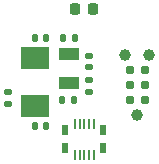
<source format=gbr>
%TF.GenerationSoftware,KiCad,Pcbnew,9.0.0*%
%TF.CreationDate,2025-03-13T15:54:17-04:00*%
%TF.ProjectId,IngestibleCapsule-Board,496e6765-7374-4696-926c-654361707375,rev?*%
%TF.SameCoordinates,Original*%
%TF.FileFunction,Soldermask,Bot*%
%TF.FilePolarity,Negative*%
%FSLAX46Y46*%
G04 Gerber Fmt 4.6, Leading zero omitted, Abs format (unit mm)*
G04 Created by KiCad (PCBNEW 9.0.0) date 2025-03-13 15:54:17*
%MOMM*%
%LPD*%
G01*
G04 APERTURE LIST*
G04 Aperture macros list*
%AMRoundRect*
0 Rectangle with rounded corners*
0 $1 Rounding radius*
0 $2 $3 $4 $5 $6 $7 $8 $9 X,Y pos of 4 corners*
0 Add a 4 corners polygon primitive as box body*
4,1,4,$2,$3,$4,$5,$6,$7,$8,$9,$2,$3,0*
0 Add four circle primitives for the rounded corners*
1,1,$1+$1,$2,$3*
1,1,$1+$1,$4,$5*
1,1,$1+$1,$6,$7*
1,1,$1+$1,$8,$9*
0 Add four rect primitives between the rounded corners*
20,1,$1+$1,$2,$3,$4,$5,0*
20,1,$1+$1,$4,$5,$6,$7,0*
20,1,$1+$1,$6,$7,$8,$9,0*
20,1,$1+$1,$8,$9,$2,$3,0*%
G04 Aperture macros list end*
%ADD10R,2.400000X1.900000*%
%ADD11R,0.220000X0.900000*%
%ADD12R,0.500000X0.850000*%
%ADD13C,0.990600*%
%ADD14C,0.787400*%
%ADD15RoundRect,0.135000X-0.185000X0.135000X-0.185000X-0.135000X0.185000X-0.135000X0.185000X0.135000X0*%
%ADD16RoundRect,0.140000X0.140000X0.170000X-0.140000X0.170000X-0.140000X-0.170000X0.140000X-0.170000X0*%
%ADD17RoundRect,0.225000X-0.225000X-0.250000X0.225000X-0.250000X0.225000X0.250000X-0.225000X0.250000X0*%
%ADD18RoundRect,0.140000X-0.140000X-0.170000X0.140000X-0.170000X0.140000X0.170000X-0.140000X0.170000X0*%
%ADD19RoundRect,0.147500X0.172500X-0.147500X0.172500X0.147500X-0.172500X0.147500X-0.172500X-0.147500X0*%
%ADD20R,1.800000X1.000000*%
G04 APERTURE END LIST*
D10*
%TO.C,Y1*%
X95800000Y-76800000D03*
X95800000Y-72700000D03*
%TD*%
D11*
%TO.C,J5*%
X100800001Y-78285001D03*
X100399999Y-78285001D03*
X100000000Y-78285001D03*
X99600001Y-78285001D03*
X99199999Y-78285001D03*
X100800001Y-80914999D03*
X100399999Y-80914999D03*
X100000000Y-80914999D03*
X99600001Y-80914999D03*
X99199999Y-80914999D03*
D12*
X101600000Y-80340000D03*
X98400003Y-80340000D03*
X101600000Y-78860000D03*
X98400003Y-78860000D03*
%TD*%
D13*
%TO.C,J1*%
X104465000Y-77510000D03*
X103449000Y-72430000D03*
X105481000Y-72430000D03*
D14*
X103830000Y-76240000D03*
X105100000Y-76240000D03*
X103830000Y-74970000D03*
X105100000Y-74970000D03*
X103830000Y-73700000D03*
X105100000Y-73700000D03*
%TD*%
D15*
%TO.C,R4*%
X100400000Y-74590000D03*
X100400000Y-75610000D03*
%TD*%
D16*
%TO.C,C2*%
X96760000Y-78500000D03*
X95800000Y-78500000D03*
%TD*%
D17*
%TO.C,C24*%
X99225000Y-68600000D03*
X100775000Y-68600000D03*
%TD*%
D18*
%TO.C,C4*%
X98140000Y-76300000D03*
X99100000Y-76300000D03*
%TD*%
D19*
%TO.C,D1*%
X100400000Y-73485000D03*
X100400000Y-72515000D03*
%TD*%
D15*
%TO.C,R1*%
X93500000Y-75590000D03*
X93500000Y-76610000D03*
%TD*%
D16*
%TO.C,C1*%
X96760000Y-71000000D03*
X95800000Y-71000000D03*
%TD*%
D18*
%TO.C,C3*%
X98220000Y-71000000D03*
X99180000Y-71000000D03*
%TD*%
D20*
%TO.C,Y2*%
X98671772Y-74850000D03*
X98671772Y-72350000D03*
%TD*%
M02*

</source>
